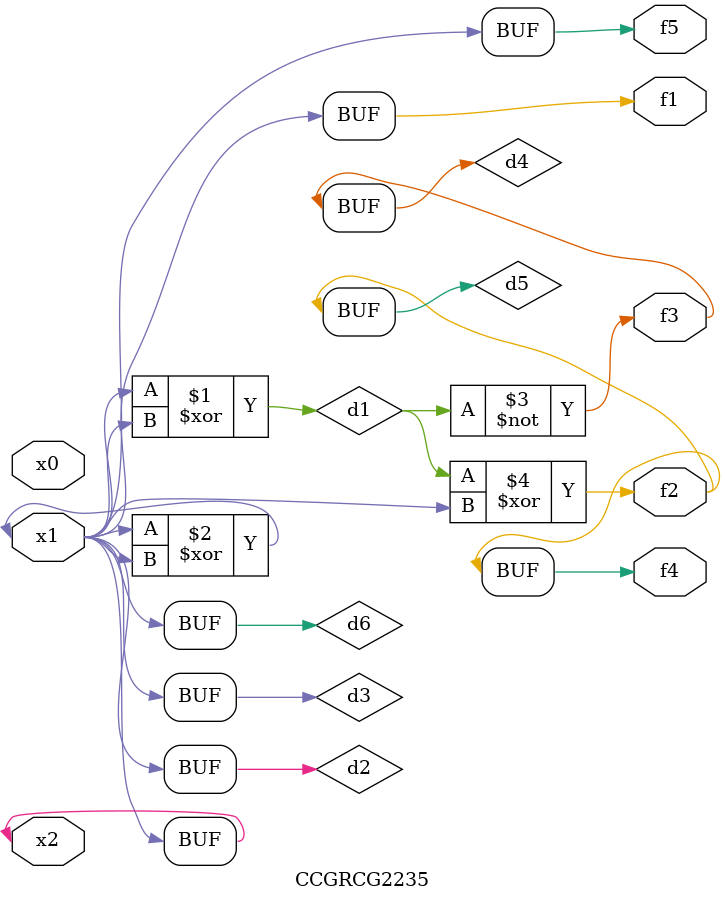
<source format=v>
module CCGRCG2235(
	input x0, x1, x2,
	output f1, f2, f3, f4, f5
);

	wire d1, d2, d3, d4, d5, d6;

	xor (d1, x1, x2);
	buf (d2, x1, x2);
	xor (d3, x1, x2);
	nor (d4, d1);
	xor (d5, d1, d2);
	buf (d6, d2, d3);
	assign f1 = d6;
	assign f2 = d5;
	assign f3 = d4;
	assign f4 = d5;
	assign f5 = d6;
endmodule

</source>
